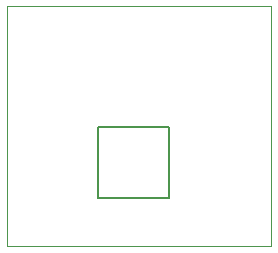
<source format=gbr>
G04 #@! TF.GenerationSoftware,KiCad,Pcbnew,5.0.0-fee4fd1~66~ubuntu16.04.1*
G04 #@! TF.CreationDate,2018-10-28T21:05:27-03:00*
G04 #@! TF.ProjectId,MMA7361,4D4D41373336312E6B696361645F7063,rev?*
G04 #@! TF.SameCoordinates,Original*
G04 #@! TF.FileFunction,Drawing*
%FSLAX46Y46*%
G04 Gerber Fmt 4.6, Leading zero omitted, Abs format (unit mm)*
G04 Created by KiCad (PCBNEW 5.0.0-fee4fd1~66~ubuntu16.04.1) date Sun Oct 28 21:05:27 2018*
%MOMM*%
%LPD*%
G01*
G04 APERTURE LIST*
%ADD10C,0.100000*%
%ADD11C,0.127000*%
G04 APERTURE END LIST*
D10*
X142494000Y-98806000D02*
X142494000Y-78486000D01*
X164846000Y-98806000D02*
X142494000Y-98806000D01*
X164846000Y-78486000D02*
X164846000Y-98806000D01*
X142494000Y-78486000D02*
X164846000Y-78486000D01*
D11*
G04 #@! TO.C,U2*
X150162000Y-88694000D02*
X156162000Y-88694000D01*
X156162000Y-88694000D02*
X156162000Y-94694000D01*
X156162000Y-94694000D02*
X150162000Y-94694000D01*
X150162000Y-94694000D02*
X150162000Y-88694000D01*
G04 #@! TD*
M02*

</source>
